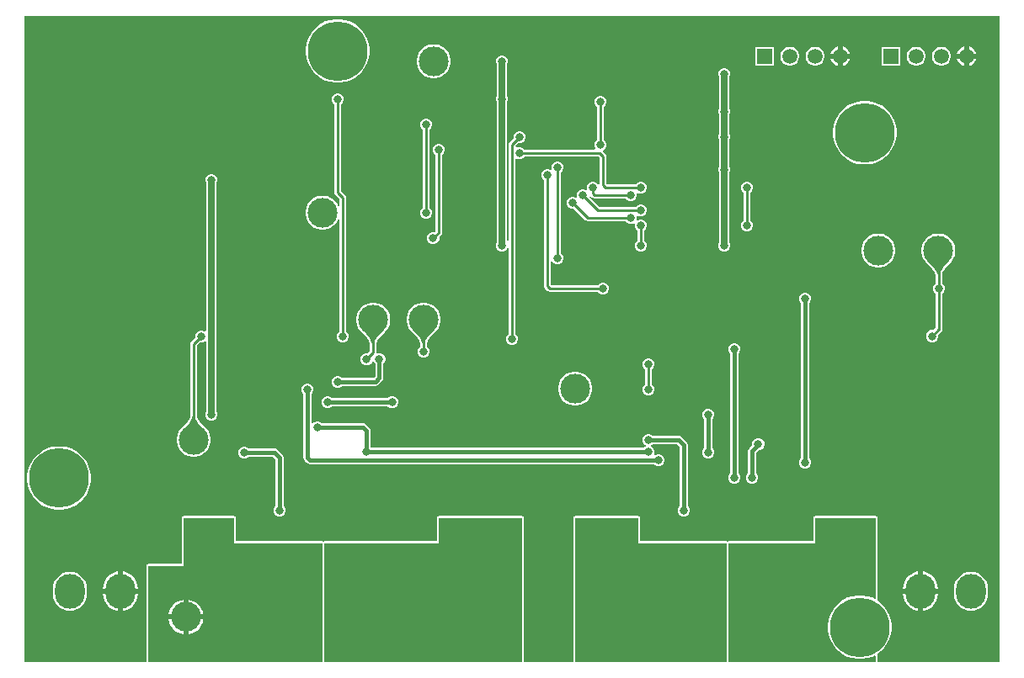
<source format=gbl>
G04*
G04 #@! TF.GenerationSoftware,Altium Limited,Altium Designer,21.6.4 (81)*
G04*
G04 Layer_Physical_Order=2*
G04 Layer_Color=16711680*
%FSLAX25Y25*%
%MOIN*%
G70*
G04*
G04 #@! TF.SameCoordinates,2BAE2438-CD35-4855-809F-F1E5AD1C84AA*
G04*
G04*
G04 #@! TF.FilePolarity,Positive*
G04*
G01*
G75*
%ADD10C,0.01000*%
%ADD63C,0.01500*%
%ADD64C,0.02500*%
%ADD65C,0.23622*%
%ADD66O,0.11811X0.13780*%
%ADD67C,0.11811*%
%ADD68C,0.05906*%
%ADD69R,0.05906X0.05906*%
%ADD70C,0.03200*%
G36*
X339000Y27159D02*
X338574Y26897D01*
X337518Y27435D01*
X335630Y28049D01*
X333670Y28359D01*
X331685D01*
X329724Y28049D01*
X327836Y27435D01*
X326067Y26534D01*
X324462Y25367D01*
X323058Y23964D01*
X321891Y22358D01*
X320990Y20589D01*
X320377Y18701D01*
X320066Y16740D01*
Y14755D01*
X320377Y12795D01*
X320990Y10907D01*
X321891Y9138D01*
X323058Y7532D01*
X324462Y6129D01*
X326067Y4962D01*
X327836Y4061D01*
X329724Y3447D01*
X331685Y3137D01*
X333670D01*
X335630Y3447D01*
X337518Y4061D01*
X338574Y4599D01*
X339000Y4338D01*
Y2000D01*
X280816D01*
Y49000D01*
X315000D01*
Y59000D01*
X339000D01*
Y27159D01*
D02*
G37*
G36*
X388000Y2000D02*
X339816D01*
Y4338D01*
X339797Y4432D01*
X339793Y4528D01*
X339766Y4586D01*
X339754Y4650D01*
X339700Y4730D01*
X339660Y4817D01*
X339732Y5190D01*
X339823Y5351D01*
X340893Y6129D01*
X342296Y7532D01*
X343463Y9138D01*
X344364Y10907D01*
X344978Y12795D01*
X345288Y14755D01*
Y16740D01*
X344978Y18701D01*
X344364Y20589D01*
X343463Y22358D01*
X342296Y23964D01*
X340893Y25367D01*
X339823Y26145D01*
X339732Y26306D01*
X339660Y26679D01*
X339700Y26766D01*
X339754Y26846D01*
X339766Y26910D01*
X339793Y26968D01*
X339797Y27064D01*
X339816Y27159D01*
Y59000D01*
X339754Y59312D01*
X339577Y59577D01*
X339312Y59754D01*
X339000Y59816D01*
X315000D01*
X314688Y59754D01*
X314423Y59577D01*
X314246Y59312D01*
X314184Y59000D01*
Y49816D01*
X280816D01*
X280504Y49754D01*
X280408Y49690D01*
X280312Y49754D01*
X280000Y49816D01*
X245816D01*
Y59000D01*
X245754Y59312D01*
X245577Y59577D01*
X245312Y59754D01*
X245000Y59816D01*
X220000D01*
X219688Y59754D01*
X219423Y59577D01*
X219246Y59312D01*
X219184Y59000D01*
Y2000D01*
X199816D01*
Y59000D01*
X199754Y59312D01*
X199577Y59577D01*
X199312Y59754D01*
X199000Y59816D01*
X166000D01*
X165688Y59754D01*
X165423Y59577D01*
X165246Y59312D01*
X165184Y59000D01*
Y49816D01*
X120818D01*
X120506Y49754D01*
X120409Y49689D01*
X120312Y49754D01*
X120000Y49816D01*
X85816D01*
Y59000D01*
X85754Y59312D01*
X85577Y59577D01*
X85312Y59754D01*
X85000Y59816D01*
X65000D01*
X64688Y59754D01*
X64423Y59577D01*
X64246Y59312D01*
X64184Y59000D01*
Y40816D01*
X51000D01*
X50688Y40754D01*
X50423Y40577D01*
X50246Y40312D01*
X50184Y40000D01*
Y2000D01*
X2000D01*
Y258000D01*
X388000D01*
Y2000D01*
D02*
G37*
G36*
X245000Y49000D02*
X280000D01*
Y2000D01*
X220000D01*
Y59000D01*
X245000D01*
Y49000D01*
D02*
G37*
G36*
X199000Y2000D02*
X120818D01*
Y49000D01*
X166000D01*
Y59000D01*
X199000D01*
Y2000D01*
D02*
G37*
G36*
X85000Y49000D02*
X120000D01*
Y2000D01*
X51000D01*
Y40000D01*
X65000D01*
Y59000D01*
X85000D01*
Y49000D01*
D02*
G37*
%LPC*%
G36*
X376000Y245824D02*
Y243000D01*
X378824D01*
X378683Y243526D01*
X378163Y244427D01*
X377427Y245163D01*
X376526Y245683D01*
X376000Y245824D01*
D02*
G37*
G36*
X374000D02*
X373474Y245683D01*
X372573Y245163D01*
X371837Y244427D01*
X371317Y243526D01*
X371176Y243000D01*
X374000D01*
Y245824D01*
D02*
G37*
G36*
X326000D02*
Y243000D01*
X328824D01*
X328683Y243526D01*
X328163Y244427D01*
X327427Y245163D01*
X326526Y245683D01*
X326000Y245824D01*
D02*
G37*
G36*
X324000D02*
X323474Y245683D01*
X322573Y245163D01*
X321837Y244427D01*
X321317Y243526D01*
X321176Y243000D01*
X324000D01*
Y245824D01*
D02*
G37*
G36*
X365494Y245753D02*
X364506D01*
X363551Y245497D01*
X362696Y245003D01*
X361997Y244304D01*
X361503Y243448D01*
X361247Y242494D01*
Y241506D01*
X361503Y240551D01*
X361997Y239696D01*
X362696Y238997D01*
X363551Y238503D01*
X364506Y238247D01*
X365494D01*
X366448Y238503D01*
X367304Y238997D01*
X368003Y239696D01*
X368497Y240551D01*
X368753Y241506D01*
Y242494D01*
X368497Y243448D01*
X368003Y244304D01*
X367304Y245003D01*
X366448Y245497D01*
X365494Y245753D01*
D02*
G37*
G36*
X355494D02*
X354506D01*
X353552Y245497D01*
X352696Y245003D01*
X351997Y244304D01*
X351503Y243448D01*
X351247Y242494D01*
Y241506D01*
X351503Y240551D01*
X351997Y239696D01*
X352696Y238997D01*
X353552Y238503D01*
X354506Y238247D01*
X355494D01*
X356449Y238503D01*
X357304Y238997D01*
X358003Y239696D01*
X358497Y240551D01*
X358753Y241506D01*
Y242494D01*
X358497Y243448D01*
X358003Y244304D01*
X357304Y245003D01*
X356449Y245497D01*
X355494Y245753D01*
D02*
G37*
G36*
X348753D02*
X341247D01*
Y238247D01*
X348753D01*
Y245753D01*
D02*
G37*
G36*
X315494D02*
X314506D01*
X313551Y245497D01*
X312696Y245003D01*
X311997Y244304D01*
X311503Y243448D01*
X311247Y242494D01*
Y241506D01*
X311503Y240551D01*
X311997Y239696D01*
X312696Y238997D01*
X313551Y238503D01*
X314506Y238247D01*
X315494D01*
X316448Y238503D01*
X317304Y238997D01*
X318003Y239696D01*
X318497Y240551D01*
X318753Y241506D01*
Y242494D01*
X318497Y243448D01*
X318003Y244304D01*
X317304Y245003D01*
X316448Y245497D01*
X315494Y245753D01*
D02*
G37*
G36*
X305494D02*
X304506D01*
X303552Y245497D01*
X302696Y245003D01*
X301997Y244304D01*
X301503Y243448D01*
X301247Y242494D01*
Y241506D01*
X301503Y240551D01*
X301997Y239696D01*
X302696Y238997D01*
X303552Y238503D01*
X304506Y238247D01*
X305494D01*
X306449Y238503D01*
X307304Y238997D01*
X308003Y239696D01*
X308497Y240551D01*
X308753Y241506D01*
Y242494D01*
X308497Y243448D01*
X308003Y244304D01*
X307304Y245003D01*
X306449Y245497D01*
X305494Y245753D01*
D02*
G37*
G36*
X298753D02*
X291247D01*
Y238247D01*
X298753D01*
Y245753D01*
D02*
G37*
G36*
X378824Y241000D02*
X376000D01*
Y238176D01*
X376526Y238317D01*
X377427Y238837D01*
X378163Y239573D01*
X378683Y240474D01*
X378824Y241000D01*
D02*
G37*
G36*
X374000D02*
X371176D01*
X371317Y240474D01*
X371837Y239573D01*
X372573Y238837D01*
X373474Y238317D01*
X374000Y238176D01*
Y241000D01*
D02*
G37*
G36*
X328824D02*
X326000D01*
Y238176D01*
X326526Y238317D01*
X327427Y238837D01*
X328163Y239573D01*
X328683Y240474D01*
X328824Y241000D01*
D02*
G37*
G36*
X324000D02*
X321176D01*
X321317Y240474D01*
X321837Y239573D01*
X322573Y238837D01*
X323474Y238317D01*
X324000Y238176D01*
Y241000D01*
D02*
G37*
G36*
X164660Y246706D02*
X163340D01*
X162044Y246448D01*
X160824Y245942D01*
X159725Y245209D01*
X158791Y244274D01*
X158058Y243176D01*
X157552Y241956D01*
X157294Y240660D01*
Y239340D01*
X157552Y238044D01*
X158058Y236824D01*
X158791Y235725D01*
X159725Y234791D01*
X160824Y234058D01*
X162044Y233552D01*
X163340Y233295D01*
X164660D01*
X165956Y233552D01*
X167176Y234058D01*
X168274Y234791D01*
X169209Y235725D01*
X169942Y236824D01*
X170448Y238044D01*
X170705Y239340D01*
Y240660D01*
X170448Y241956D01*
X169942Y243176D01*
X169209Y244274D01*
X168274Y245209D01*
X167176Y245942D01*
X165956Y246448D01*
X164660Y246706D01*
D02*
G37*
G36*
X126977Y256705D02*
X124992D01*
X123031Y256395D01*
X121143Y255782D01*
X119375Y254880D01*
X117769Y253714D01*
X116365Y252310D01*
X115198Y250704D01*
X114297Y248935D01*
X113684Y247048D01*
X113373Y245087D01*
Y243102D01*
X113684Y241141D01*
X114297Y239253D01*
X115198Y237485D01*
X116365Y235879D01*
X117769Y234475D01*
X119375Y233309D01*
X121143Y232407D01*
X123031Y231794D01*
X124992Y231484D01*
X126977D01*
X128937Y231794D01*
X130825Y232407D01*
X132594Y233309D01*
X134200Y234475D01*
X135603Y235879D01*
X136770Y237485D01*
X137671Y239253D01*
X138285Y241141D01*
X138595Y243102D01*
Y245087D01*
X138285Y247048D01*
X137671Y248935D01*
X136770Y250704D01*
X135603Y252310D01*
X134200Y253714D01*
X132594Y254880D01*
X130825Y255782D01*
X128937Y256395D01*
X126977Y256705D01*
D02*
G37*
G36*
X335638Y224335D02*
X333653D01*
X331693Y224025D01*
X329805Y223411D01*
X328036Y222510D01*
X326430Y221344D01*
X325026Y219940D01*
X323860Y218334D01*
X322959Y216565D01*
X322345Y214678D01*
X322035Y212717D01*
Y210732D01*
X322345Y208771D01*
X322959Y206884D01*
X323860Y205115D01*
X325026Y203509D01*
X326430Y202105D01*
X328036Y200939D01*
X329805Y200037D01*
X331693Y199424D01*
X333653Y199113D01*
X335638D01*
X337599Y199424D01*
X339487Y200037D01*
X341255Y200939D01*
X342861Y202105D01*
X344265Y203509D01*
X345432Y205115D01*
X346333Y206884D01*
X346946Y208771D01*
X347257Y210732D01*
Y212717D01*
X346946Y214678D01*
X346333Y216565D01*
X345432Y218334D01*
X344265Y219940D01*
X342861Y221344D01*
X341255Y222510D01*
X339487Y223411D01*
X337599Y224025D01*
X335638Y224335D01*
D02*
G37*
G36*
X213477Y200400D02*
X212523D01*
X211641Y200035D01*
X210965Y199360D01*
X210600Y198477D01*
Y197523D01*
X210644Y197417D01*
X210594Y197350D01*
X210241Y197084D01*
X209477Y197400D01*
X208523D01*
X207641Y197035D01*
X206965Y196360D01*
X206600Y195477D01*
Y194523D01*
X206965Y193640D01*
X207641Y192965D01*
X207675Y192951D01*
Y151000D01*
X207775Y150493D01*
X208063Y150063D01*
X209063Y149063D01*
X209493Y148775D01*
X210000Y148674D01*
X228951D01*
X228965Y148641D01*
X229641Y147965D01*
X230523Y147600D01*
X231477D01*
X232360Y147965D01*
X233035Y148641D01*
X233400Y149523D01*
Y150477D01*
X233035Y151359D01*
X232360Y152035D01*
X231477Y152400D01*
X230523D01*
X229641Y152035D01*
X228965Y151359D01*
X228951Y151326D01*
X210549D01*
X210326Y151549D01*
Y160879D01*
X210825Y160978D01*
X210965Y160641D01*
X211641Y159965D01*
X212523Y159600D01*
X213477D01*
X214359Y159965D01*
X215035Y160641D01*
X215400Y161523D01*
Y162477D01*
X215035Y163359D01*
X214359Y164035D01*
X214325Y164049D01*
Y195951D01*
X214359Y195965D01*
X215035Y196641D01*
X215400Y197523D01*
Y198477D01*
X215035Y199360D01*
X214359Y200035D01*
X213477Y200400D01*
D02*
G37*
G36*
X191477Y242400D02*
X190523D01*
X189640Y242035D01*
X188965Y241359D01*
X188600Y240477D01*
Y239523D01*
X188910Y238775D01*
Y226225D01*
X188600Y225477D01*
Y224523D01*
X188910Y223775D01*
Y168225D01*
X188600Y167477D01*
Y166523D01*
X188965Y165640D01*
X189640Y164965D01*
X190523Y164600D01*
X191477D01*
X192359Y164965D01*
X193035Y165640D01*
X193175Y165978D01*
X193675Y165879D01*
Y132049D01*
X193640Y132035D01*
X192965Y131360D01*
X192600Y130477D01*
Y129523D01*
X192965Y128640D01*
X193640Y127965D01*
X194523Y127600D01*
X195477D01*
X196360Y127965D01*
X197035Y128640D01*
X197400Y129523D01*
Y130477D01*
X197035Y131360D01*
X196360Y132035D01*
X196326Y132049D01*
Y167914D01*
X196276Y168163D01*
Y201187D01*
X196776Y201507D01*
X197373Y201259D01*
X198328D01*
X199210Y201625D01*
X199885Y202300D01*
X199899Y202334D01*
X229206D01*
X229675Y201865D01*
Y191121D01*
X229174Y191022D01*
X229035Y191359D01*
X228360Y192035D01*
X227477Y192400D01*
X226523D01*
X225641Y192035D01*
X224965Y191359D01*
X224600Y190477D01*
Y189523D01*
X224644Y189417D01*
X224594Y189349D01*
X224240Y189084D01*
X223477Y189400D01*
X222523D01*
X221640Y189035D01*
X220965Y188359D01*
X220600Y187477D01*
Y186523D01*
X220644Y186417D01*
X220594Y186349D01*
X220240Y186084D01*
X219477Y186400D01*
X218523D01*
X217640Y186035D01*
X216965Y185360D01*
X216600Y184477D01*
Y183523D01*
X216965Y182641D01*
X217640Y181965D01*
X218523Y181600D01*
X219477D01*
X219511Y181614D01*
X224063Y177063D01*
X224493Y176775D01*
X225000Y176674D01*
X239951D01*
X239965Y176640D01*
X240640Y175965D01*
X241523Y175600D01*
X242477D01*
X243240Y175916D01*
X243594Y175651D01*
X243644Y175583D01*
X243600Y175477D01*
Y174523D01*
X243965Y173641D01*
X244640Y172965D01*
X244674Y172951D01*
Y169049D01*
X244640Y169035D01*
X243965Y168359D01*
X243600Y167477D01*
Y166523D01*
X243965Y165640D01*
X244640Y164965D01*
X245523Y164600D01*
X246477D01*
X247359Y164965D01*
X248035Y165640D01*
X248400Y166523D01*
Y167477D01*
X248035Y168359D01*
X247359Y169035D01*
X247325Y169049D01*
Y172951D01*
X247359Y172965D01*
X248035Y173641D01*
X248400Y174523D01*
Y175477D01*
X248035Y176359D01*
X247359Y177035D01*
X246477Y177400D01*
X245523D01*
X244759Y177084D01*
X244406Y177349D01*
X244356Y177417D01*
X244400Y177523D01*
Y178477D01*
X244356Y178583D01*
X244406Y178650D01*
X244759Y178916D01*
X245523Y178600D01*
X246477D01*
X247359Y178965D01*
X248035Y179640D01*
X248400Y180523D01*
Y181477D01*
X248035Y182360D01*
X247359Y183035D01*
X246477Y183400D01*
X245523D01*
X244640Y183035D01*
X243965Y182360D01*
X243951Y182325D01*
X229549D01*
X225597Y186278D01*
X225627Y186400D01*
X225758Y186475D01*
X226176Y186535D01*
X226648Y186063D01*
X227079Y185775D01*
X227586Y185675D01*
X239951D01*
X239965Y185641D01*
X240640Y184965D01*
X241523Y184600D01*
X242477D01*
X243359Y184965D01*
X244035Y185641D01*
X244400Y186523D01*
Y187477D01*
X244356Y187583D01*
X244406Y187651D01*
X244759Y187916D01*
X245523Y187600D01*
X246477D01*
X247359Y187965D01*
X248035Y188640D01*
X248400Y189523D01*
Y190477D01*
X248035Y191359D01*
X247359Y192035D01*
X246477Y192400D01*
X245523D01*
X244640Y192035D01*
X243965Y191359D01*
X243951Y191325D01*
X232549D01*
X232326Y191549D01*
Y202414D01*
X232225Y202921D01*
X231937Y203351D01*
X231072Y204217D01*
X231169Y204707D01*
X231331Y204774D01*
X232006Y205449D01*
X232371Y206331D01*
Y207286D01*
X232006Y208168D01*
X231331Y208843D01*
X231311Y208852D01*
Y221945D01*
X231360Y221965D01*
X232035Y222640D01*
X232400Y223523D01*
Y224477D01*
X232035Y225360D01*
X231360Y226035D01*
X230477Y226400D01*
X229523D01*
X228641Y226035D01*
X227965Y225360D01*
X227600Y224477D01*
Y223523D01*
X227965Y222640D01*
X228641Y221965D01*
X228660Y221957D01*
Y208863D01*
X228612Y208843D01*
X227937Y208168D01*
X227571Y207286D01*
Y206331D01*
X227937Y205449D01*
X227939Y205447D01*
X227748Y204985D01*
X199899D01*
X199885Y205019D01*
X199210Y205694D01*
X198328Y206060D01*
X197373D01*
X196945Y205882D01*
X196480Y206169D01*
X196446Y206571D01*
X197489Y207614D01*
X197523Y207600D01*
X198477D01*
X199360Y207965D01*
X200035Y208641D01*
X200400Y209523D01*
Y210477D01*
X200035Y211360D01*
X199360Y212035D01*
X198477Y212400D01*
X197523D01*
X196641Y212035D01*
X195965Y211360D01*
X195600Y210477D01*
Y209523D01*
X195614Y209489D01*
X194013Y207888D01*
X193726Y207458D01*
X193625Y206950D01*
Y168852D01*
X193125Y168616D01*
X193090Y168644D01*
Y223775D01*
X193400Y224523D01*
Y225477D01*
X193090Y226225D01*
Y238775D01*
X193400Y239523D01*
Y240477D01*
X193035Y241359D01*
X192359Y242035D01*
X191477Y242400D01*
D02*
G37*
G36*
X126477Y227400D02*
X125523D01*
X124641Y227035D01*
X123965Y226360D01*
X123600Y225477D01*
Y224523D01*
X123965Y223640D01*
X124641Y222965D01*
X124674Y222951D01*
Y188000D01*
X124775Y187493D01*
X125063Y187063D01*
X126674Y185451D01*
Y182715D01*
X126174Y182616D01*
X125942Y183176D01*
X125208Y184274D01*
X124275Y185208D01*
X123176Y185942D01*
X121956Y186448D01*
X120660Y186706D01*
X119340D01*
X118044Y186448D01*
X116824Y185942D01*
X115726Y185208D01*
X114792Y184274D01*
X114058Y183176D01*
X113552Y181956D01*
X113294Y180660D01*
Y179340D01*
X113552Y178044D01*
X114058Y176824D01*
X114792Y175725D01*
X115726Y174792D01*
X116824Y174058D01*
X118044Y173552D01*
X119340Y173294D01*
X120660D01*
X121956Y173552D01*
X123176Y174058D01*
X124275Y174792D01*
X125208Y175725D01*
X125942Y176824D01*
X126174Y177384D01*
X126674Y177285D01*
Y133049D01*
X126640Y133035D01*
X125965Y132360D01*
X125600Y131477D01*
Y130523D01*
X125965Y129640D01*
X126640Y128965D01*
X127523Y128600D01*
X128477D01*
X129359Y128965D01*
X130035Y129640D01*
X130400Y130523D01*
Y131477D01*
X130035Y132360D01*
X129359Y133035D01*
X129325Y133049D01*
Y186000D01*
X129225Y186507D01*
X128937Y186937D01*
X127325Y188549D01*
Y222951D01*
X127359Y222965D01*
X128035Y223640D01*
X128400Y224523D01*
Y225477D01*
X128035Y226360D01*
X127359Y227035D01*
X126477Y227400D01*
D02*
G37*
G36*
X161477Y217400D02*
X160523D01*
X159641Y217035D01*
X158965Y216359D01*
X158600Y215477D01*
Y214523D01*
X158965Y213640D01*
X159641Y212965D01*
X159675Y212951D01*
Y182049D01*
X159641Y182035D01*
X158965Y181360D01*
X158600Y180477D01*
Y179523D01*
X158965Y178640D01*
X159641Y177965D01*
X160523Y177600D01*
X161477D01*
X162359Y177965D01*
X163035Y178640D01*
X163400Y179523D01*
Y180477D01*
X163035Y181360D01*
X162359Y182035D01*
X162326Y182049D01*
Y212951D01*
X162359Y212965D01*
X163035Y213640D01*
X163400Y214523D01*
Y215477D01*
X163035Y216359D01*
X162359Y217035D01*
X161477Y217400D01*
D02*
G37*
G36*
X288477Y192400D02*
X287523D01*
X286641Y192035D01*
X285965Y191359D01*
X285600Y190477D01*
Y189523D01*
X285965Y188640D01*
X286641Y187965D01*
X286674Y187951D01*
Y177049D01*
X286641Y177035D01*
X285965Y176359D01*
X285600Y175477D01*
Y174523D01*
X285965Y173641D01*
X286641Y172965D01*
X287523Y172600D01*
X288477D01*
X289359Y172965D01*
X290035Y173641D01*
X290400Y174523D01*
Y175477D01*
X290035Y176359D01*
X289359Y177035D01*
X289325Y177049D01*
Y187951D01*
X289359Y187965D01*
X290035Y188640D01*
X290400Y189523D01*
Y190477D01*
X290035Y191359D01*
X289359Y192035D01*
X288477Y192400D01*
D02*
G37*
G36*
X166477Y207400D02*
X165523D01*
X164640Y207035D01*
X163965Y206360D01*
X163600Y205477D01*
Y204523D01*
X163965Y203641D01*
X164640Y202965D01*
X164674Y202951D01*
Y172629D01*
X164311Y172266D01*
X164277Y172280D01*
X163322D01*
X162440Y171914D01*
X161765Y171239D01*
X161399Y170357D01*
Y169402D01*
X161765Y168520D01*
X162440Y167845D01*
X163322Y167480D01*
X164277D01*
X165159Y167845D01*
X165834Y168520D01*
X166199Y169402D01*
Y170357D01*
X166185Y170391D01*
X166937Y171143D01*
X167225Y171573D01*
X167325Y172080D01*
Y202951D01*
X167359Y202965D01*
X168035Y203641D01*
X168400Y204523D01*
Y205477D01*
X168035Y206360D01*
X167359Y207035D01*
X166477Y207400D01*
D02*
G37*
G36*
X279477Y237400D02*
X278523D01*
X277641Y237035D01*
X276965Y236360D01*
X276600Y235477D01*
Y234523D01*
X276910Y233775D01*
Y221225D01*
X276600Y220477D01*
Y219523D01*
X276910Y218775D01*
Y211225D01*
X276600Y210477D01*
Y209523D01*
X276910Y208775D01*
Y198225D01*
X276600Y197477D01*
Y196523D01*
X276910Y195775D01*
Y168225D01*
X276600Y167477D01*
Y166523D01*
X276965Y165640D01*
X277641Y164965D01*
X278523Y164600D01*
X279477D01*
X280360Y164965D01*
X281035Y165640D01*
X281400Y166523D01*
Y167477D01*
X281090Y168225D01*
Y195775D01*
X281400Y196523D01*
Y197477D01*
X281090Y198225D01*
Y208775D01*
X281400Y209523D01*
Y210477D01*
X281090Y211225D01*
Y218775D01*
X281400Y219523D01*
Y220477D01*
X281090Y221225D01*
Y233775D01*
X281400Y234523D01*
Y235477D01*
X281035Y236360D01*
X280360Y237035D01*
X279477Y237400D01*
D02*
G37*
G36*
X340660Y171705D02*
X339340D01*
X338044Y171448D01*
X336824Y170942D01*
X335725Y170209D01*
X334791Y169274D01*
X334058Y168176D01*
X333552Y166956D01*
X333295Y165660D01*
Y164340D01*
X333552Y163044D01*
X334058Y161824D01*
X334791Y160725D01*
X335725Y159792D01*
X336824Y159058D01*
X338044Y158552D01*
X339340Y158294D01*
X340660D01*
X341956Y158552D01*
X343176Y159058D01*
X344274Y159792D01*
X345209Y160725D01*
X345942Y161824D01*
X346448Y163044D01*
X346706Y164340D01*
Y165660D01*
X346448Y166956D01*
X345942Y168176D01*
X345209Y169274D01*
X344274Y170209D01*
X343176Y170942D01*
X341956Y171448D01*
X340660Y171705D01*
D02*
G37*
G36*
X364423D02*
X363102D01*
X361806Y171448D01*
X360586Y170942D01*
X359488Y170209D01*
X358554Y169274D01*
X357820Y168176D01*
X357314Y166956D01*
X357057Y165660D01*
Y164340D01*
X357314Y163044D01*
X357820Y161824D01*
X358554Y160725D01*
X359106Y160173D01*
X359148Y160114D01*
X359836Y159449D01*
X360436Y158835D01*
X361429Y157705D01*
X361799Y157217D01*
X362098Y156769D01*
X362318Y156372D01*
X362464Y156035D01*
X362540Y155764D01*
X362556Y155616D01*
Y151950D01*
X361965Y151359D01*
X361600Y150477D01*
Y149523D01*
X361965Y148641D01*
X362641Y147965D01*
X362674Y147951D01*
Y134380D01*
X361765Y133471D01*
X361731Y133485D01*
X360776D01*
X359894Y133119D01*
X359219Y132444D01*
X358854Y131562D01*
Y130607D01*
X359219Y129725D01*
X359894Y129050D01*
X360776Y128685D01*
X361731D01*
X362613Y129050D01*
X363288Y129725D01*
X363654Y130607D01*
Y131562D01*
X363640Y131596D01*
X364937Y132894D01*
X365225Y133324D01*
X365325Y133831D01*
Y147951D01*
X365359Y147965D01*
X366035Y148641D01*
X366400Y149523D01*
Y150477D01*
X366035Y151359D01*
X365359Y152035D01*
X365207Y152098D01*
Y155634D01*
X365221Y155772D01*
X365296Y156040D01*
X365441Y156382D01*
X365661Y156788D01*
X365956Y157251D01*
X366319Y157754D01*
X367901Y159605D01*
X368569Y160302D01*
X368607Y160362D01*
X368971Y160725D01*
X369705Y161824D01*
X370210Y163044D01*
X370468Y164340D01*
Y165660D01*
X370210Y166956D01*
X369705Y168176D01*
X368971Y169274D01*
X368037Y170209D01*
X366938Y170942D01*
X365718Y171448D01*
X364423Y171705D01*
D02*
G37*
G36*
X76477Y195400D02*
X75523D01*
X74641Y195035D01*
X73965Y194360D01*
X73600Y193477D01*
Y192523D01*
X73910Y191775D01*
Y133138D01*
X73448Y132946D01*
X73360Y133035D01*
X72477Y133400D01*
X71523D01*
X70640Y133035D01*
X69965Y132360D01*
X69600Y131477D01*
Y130523D01*
X69614Y130489D01*
X68061Y128936D01*
X67774Y128506D01*
X67673Y127998D01*
Y99376D01*
X67658Y99233D01*
X67582Y98964D01*
X67437Y98624D01*
X67217Y98222D01*
X66920Y97766D01*
X66556Y97274D01*
X64960Y95469D01*
X64287Y94793D01*
X64243Y94728D01*
X63790Y94274D01*
X63056Y93176D01*
X62550Y91956D01*
X62293Y90660D01*
Y89340D01*
X62550Y88044D01*
X63056Y86824D01*
X63790Y85725D01*
X64724Y84791D01*
X65822Y84058D01*
X67042Y83552D01*
X68338Y83294D01*
X69659D01*
X70954Y83552D01*
X72175Y84058D01*
X73273Y84791D01*
X74207Y85725D01*
X74941Y86824D01*
X75446Y88044D01*
X75704Y89340D01*
Y90660D01*
X75446Y91956D01*
X74941Y93176D01*
X74207Y94274D01*
X73757Y94724D01*
X73718Y94785D01*
X72428Y96114D01*
X71446Y97268D01*
X71077Y97766D01*
X70780Y98222D01*
X70560Y98624D01*
X70415Y98964D01*
X70339Y99233D01*
X70324Y99376D01*
Y127449D01*
X71489Y128614D01*
X71523Y128600D01*
X72477D01*
X73360Y128965D01*
X73448Y129054D01*
X73910Y128862D01*
Y101225D01*
X73600Y100477D01*
Y99523D01*
X73965Y98641D01*
X74641Y97965D01*
X75523Y97600D01*
X76477D01*
X77359Y97965D01*
X78035Y98641D01*
X78400Y99523D01*
Y100477D01*
X78090Y101225D01*
Y191775D01*
X78400Y192523D01*
Y193477D01*
X78035Y194360D01*
X77359Y195035D01*
X76477Y195400D01*
D02*
G37*
G36*
X160660Y144311D02*
X159340D01*
X158044Y144053D01*
X156824Y143548D01*
X155726Y142814D01*
X154791Y141880D01*
X154058Y140782D01*
X153552Y139561D01*
X153295Y138266D01*
Y136945D01*
X153552Y135650D01*
X154058Y134429D01*
X154791Y133331D01*
X155241Y132881D01*
X155281Y132820D01*
X156570Y131491D01*
X157553Y130337D01*
X157921Y129839D01*
X158218Y129383D01*
X158439Y128982D01*
X158584Y128642D01*
X158660Y128373D01*
X158675Y128230D01*
Y127049D01*
X158641Y127035D01*
X157965Y126359D01*
X157600Y125477D01*
Y124523D01*
X157965Y123641D01*
X158641Y122965D01*
X159523Y122600D01*
X160477D01*
X161360Y122965D01*
X162035Y123641D01*
X162400Y124523D01*
Y125477D01*
X162035Y126359D01*
X161360Y127035D01*
X161326Y127049D01*
Y128230D01*
X161340Y128373D01*
X161416Y128642D01*
X161561Y128982D01*
X161782Y129383D01*
X162079Y129839D01*
X162443Y130331D01*
X164038Y132136D01*
X164712Y132812D01*
X164755Y132878D01*
X165208Y133331D01*
X165942Y134429D01*
X166448Y135650D01*
X166706Y136945D01*
Y138266D01*
X166448Y139561D01*
X165942Y140782D01*
X165208Y141880D01*
X164275Y142814D01*
X163176Y143548D01*
X161956Y144053D01*
X160660Y144311D01*
D02*
G37*
G36*
X140767Y144311D02*
X139446D01*
X138150Y144053D01*
X136930Y143548D01*
X135832Y142814D01*
X134898Y141880D01*
X134164Y140782D01*
X133659Y139561D01*
X133401Y138266D01*
Y136945D01*
X133659Y135650D01*
X134164Y134429D01*
X134898Y133331D01*
X135267Y132962D01*
X135302Y132905D01*
X136582Y131541D01*
X137558Y130362D01*
X137925Y129855D01*
X138220Y129393D01*
X138440Y128987D01*
X138585Y128645D01*
X138660Y128377D01*
X138674Y128239D01*
Y125155D01*
X137854Y124335D01*
X137023D01*
X136141Y123969D01*
X135465Y123294D01*
X135100Y122412D01*
Y121457D01*
X135465Y120575D01*
X136141Y119900D01*
X137023Y119535D01*
X137977D01*
X138859Y119900D01*
X139535Y120575D01*
X139729Y121045D01*
X140271D01*
X140465Y120575D01*
X140906Y120135D01*
Y115141D01*
X140345Y114580D01*
X127814D01*
X127359Y115035D01*
X126477Y115400D01*
X125523D01*
X124641Y115035D01*
X123965Y114359D01*
X123600Y113477D01*
Y112523D01*
X123965Y111641D01*
X124641Y110965D01*
X125523Y110600D01*
X126477D01*
X127359Y110965D01*
X127814Y111420D01*
X141000D01*
X141605Y111540D01*
X142118Y111882D01*
X143604Y113369D01*
X143946Y113882D01*
X144067Y114486D01*
Y120107D01*
X144535Y120575D01*
X144900Y121457D01*
Y122412D01*
X144535Y123294D01*
X143860Y123969D01*
X142977Y124335D01*
X142023D01*
X141760Y124226D01*
X141321Y124585D01*
X141325Y124606D01*
Y128222D01*
X141341Y128370D01*
X141417Y128640D01*
X141563Y128978D01*
X141783Y129375D01*
X142081Y129824D01*
X142447Y130307D01*
X144054Y132072D01*
X144730Y132727D01*
X144730Y132727D01*
X144730Y132727D01*
X144731Y132729D01*
X144773Y132789D01*
X145315Y133331D01*
X146049Y134429D01*
X146554Y135650D01*
X146812Y136945D01*
Y138266D01*
X146554Y139561D01*
X146049Y140782D01*
X145315Y141880D01*
X144381Y142814D01*
X143282Y143548D01*
X142062Y144053D01*
X140767Y144311D01*
D02*
G37*
G36*
X249477Y122400D02*
X248523D01*
X247640Y122035D01*
X246965Y121360D01*
X246600Y120477D01*
Y119523D01*
X246965Y118640D01*
X247640Y117965D01*
X247674Y117951D01*
Y112049D01*
X247640Y112035D01*
X246965Y111360D01*
X246600Y110477D01*
Y109523D01*
X246965Y108641D01*
X247640Y107965D01*
X248523Y107600D01*
X249477D01*
X250360Y107965D01*
X251035Y108641D01*
X251400Y109523D01*
Y110477D01*
X251035Y111360D01*
X250360Y112035D01*
X250325Y112049D01*
Y117951D01*
X250360Y117965D01*
X251035Y118640D01*
X251400Y119523D01*
Y120477D01*
X251035Y121360D01*
X250360Y122035D01*
X249477Y122400D01*
D02*
G37*
G36*
X220660Y117002D02*
X219340D01*
X218044Y116745D01*
X216824Y116239D01*
X215725Y115505D01*
X214791Y114571D01*
X214058Y113473D01*
X213552Y112253D01*
X213295Y110957D01*
Y109636D01*
X213552Y108341D01*
X214058Y107121D01*
X214791Y106022D01*
X215725Y105088D01*
X216824Y104354D01*
X218044Y103849D01*
X219340Y103591D01*
X220660D01*
X221956Y103849D01*
X223176Y104354D01*
X224274Y105088D01*
X225208Y106022D01*
X225942Y107121D01*
X226448Y108341D01*
X226706Y109636D01*
Y110957D01*
X226448Y112253D01*
X225942Y113473D01*
X225208Y114571D01*
X224274Y115505D01*
X223176Y116239D01*
X221956Y116745D01*
X220660Y117002D01*
D02*
G37*
G36*
X122477Y107400D02*
X121523D01*
X120641Y107035D01*
X119965Y106360D01*
X119600Y105477D01*
Y104523D01*
X119965Y103640D01*
X120641Y102965D01*
X121523Y102600D01*
X122477D01*
X123360Y102965D01*
X123792Y103398D01*
X145689D01*
X146165Y102923D01*
X147047Y102557D01*
X148002D01*
X148884Y102923D01*
X149559Y103598D01*
X149924Y104480D01*
Y105435D01*
X149559Y106317D01*
X148884Y106992D01*
X148002Y107357D01*
X147047D01*
X146165Y106992D01*
X145732Y106559D01*
X123835D01*
X123360Y107035D01*
X122477Y107400D01*
D02*
G37*
G36*
X273083Y102393D02*
X272129D01*
X271246Y102028D01*
X270571Y101353D01*
X270206Y100470D01*
Y99516D01*
X270571Y98633D01*
X271040Y98165D01*
Y86843D01*
X270601Y86403D01*
X270235Y85521D01*
Y84566D01*
X270601Y83684D01*
X271276Y83009D01*
X272158Y82644D01*
X273113D01*
X273995Y83009D01*
X274670Y83684D01*
X275035Y84566D01*
Y85521D01*
X274670Y86403D01*
X274201Y86872D01*
Y98194D01*
X274640Y98633D01*
X275006Y99516D01*
Y100470D01*
X274640Y101353D01*
X273965Y102028D01*
X273083Y102393D01*
D02*
G37*
G36*
X311477Y148400D02*
X310523D01*
X309641Y148035D01*
X308965Y147360D01*
X308600Y146477D01*
Y145523D01*
X308965Y144641D01*
X309420Y144186D01*
Y82814D01*
X308965Y82359D01*
X308600Y81477D01*
Y80523D01*
X308965Y79641D01*
X309641Y78965D01*
X310523Y78600D01*
X311477D01*
X312359Y78965D01*
X313035Y79641D01*
X313400Y80523D01*
Y81477D01*
X313035Y82359D01*
X312580Y82814D01*
Y144186D01*
X313035Y144641D01*
X313400Y145523D01*
Y146477D01*
X313035Y147360D01*
X312359Y148035D01*
X311477Y148400D01*
D02*
G37*
G36*
X292977Y90694D02*
X292023D01*
X291141Y90329D01*
X290465Y89654D01*
X290100Y88771D01*
Y87884D01*
X288882Y86667D01*
X288540Y86154D01*
X288420Y85549D01*
Y76814D01*
X287965Y76359D01*
X287600Y75477D01*
Y74523D01*
X287965Y73641D01*
X288640Y72965D01*
X289523Y72600D01*
X290477D01*
X291359Y72965D01*
X292035Y73641D01*
X292400Y74523D01*
Y75477D01*
X292035Y76359D01*
X291580Y76814D01*
Y84894D01*
X292580Y85894D01*
X292977D01*
X293860Y86260D01*
X294535Y86935D01*
X294900Y87817D01*
Y88771D01*
X294535Y89654D01*
X293860Y90329D01*
X292977Y90694D01*
D02*
G37*
G36*
X283477Y128400D02*
X282523D01*
X281641Y128035D01*
X280965Y127359D01*
X280600Y126477D01*
Y125523D01*
X280965Y124641D01*
X281420Y124186D01*
Y76814D01*
X280965Y76359D01*
X280600Y75477D01*
Y74523D01*
X280965Y73641D01*
X281641Y72965D01*
X282523Y72600D01*
X283477D01*
X284360Y72965D01*
X285035Y73641D01*
X285400Y74523D01*
Y75477D01*
X285035Y76359D01*
X284580Y76814D01*
Y124186D01*
X285035Y124641D01*
X285400Y125523D01*
Y126477D01*
X285035Y127359D01*
X284360Y128035D01*
X283477Y128400D01*
D02*
G37*
G36*
X16740Y87414D02*
X14755D01*
X12795Y87104D01*
X10907Y86490D01*
X9138Y85589D01*
X7532Y84422D01*
X6129Y83019D01*
X4962Y81413D01*
X4061Y79644D01*
X3447Y77756D01*
X3137Y75796D01*
Y73811D01*
X3447Y71850D01*
X4061Y69962D01*
X4962Y68194D01*
X6129Y66588D01*
X7532Y65184D01*
X9138Y64017D01*
X10907Y63116D01*
X12795Y62503D01*
X14755Y62192D01*
X16740D01*
X18701Y62503D01*
X20589Y63116D01*
X22358Y64017D01*
X23964Y65184D01*
X25367Y66588D01*
X26534Y68194D01*
X27435Y69962D01*
X28049Y71850D01*
X28359Y73811D01*
Y75796D01*
X28049Y77756D01*
X27435Y79644D01*
X26534Y81413D01*
X25367Y83019D01*
X23964Y84422D01*
X22358Y85589D01*
X20589Y86490D01*
X18701Y87104D01*
X16740Y87414D01*
D02*
G37*
G36*
X114477Y112400D02*
X113523D01*
X112641Y112035D01*
X111965Y111360D01*
X111600Y110477D01*
Y109523D01*
X111965Y108641D01*
X112420Y108186D01*
Y82879D01*
X112540Y82274D01*
X112882Y81761D01*
X113836Y80808D01*
X114349Y80465D01*
X114954Y80345D01*
X251208D01*
X251641Y79912D01*
X252523Y79547D01*
X253477D01*
X254360Y79912D01*
X255035Y80587D01*
X255400Y81470D01*
Y82424D01*
X255035Y83306D01*
X254360Y83982D01*
X253477Y84347D01*
X252523D01*
X251641Y83982D01*
X251612Y83953D01*
X251188Y84236D01*
X251400Y84748D01*
Y85702D01*
X251035Y86585D01*
X250360Y87260D01*
X250111Y87362D01*
Y87862D01*
X250360Y87965D01*
X250814Y88420D01*
X260345D01*
X261420Y87345D01*
Y63814D01*
X260965Y63359D01*
X260600Y62477D01*
Y61523D01*
X260965Y60641D01*
X261641Y59965D01*
X262523Y59600D01*
X263477D01*
X264359Y59965D01*
X265035Y60641D01*
X265400Y61523D01*
Y62477D01*
X265035Y63359D01*
X264580Y63814D01*
Y88000D01*
X264460Y88605D01*
X264118Y89117D01*
X262118Y91118D01*
X261605Y91460D01*
X261000Y91580D01*
X250814D01*
X250360Y92035D01*
X249477Y92400D01*
X248523D01*
X247640Y92035D01*
X246965Y91360D01*
X246600Y90477D01*
Y89523D01*
X246965Y88640D01*
X247640Y87965D01*
X247889Y87862D01*
Y87362D01*
X247640Y87260D01*
X247149Y86768D01*
X139276D01*
X139053Y86991D01*
Y93527D01*
X138933Y94132D01*
X138590Y94645D01*
X137118Y96118D01*
X136605Y96460D01*
X136000Y96580D01*
X119814D01*
X119360Y97035D01*
X118477Y97400D01*
X117523D01*
X116640Y97035D01*
X116080Y96474D01*
X115580Y96637D01*
Y108186D01*
X116035Y108641D01*
X116400Y109523D01*
Y110477D01*
X116035Y111360D01*
X115359Y112035D01*
X114477Y112400D01*
D02*
G37*
G36*
X89477Y87400D02*
X88523D01*
X87641Y87035D01*
X86965Y86360D01*
X86600Y85477D01*
Y84523D01*
X86965Y83640D01*
X87641Y82965D01*
X88523Y82600D01*
X89477D01*
X90359Y82965D01*
X90814Y83420D01*
X100345D01*
X101420Y82345D01*
Y63814D01*
X100965Y63359D01*
X100600Y62477D01*
Y61523D01*
X100965Y60641D01*
X101640Y59965D01*
X102523Y59600D01*
X103477D01*
X104359Y59965D01*
X105035Y60641D01*
X105400Y61523D01*
Y62477D01*
X105035Y63359D01*
X104580Y63814D01*
Y83000D01*
X104460Y83605D01*
X104118Y84118D01*
X102118Y86118D01*
X101605Y86460D01*
X101000Y86580D01*
X90814D01*
X90359Y87035D01*
X89477Y87400D01*
D02*
G37*
G36*
X357704Y37825D02*
Y31000D01*
X363641D01*
X363509Y32338D01*
X363114Y33640D01*
X362473Y34839D01*
X361610Y35891D01*
X360559Y36754D01*
X359359Y37395D01*
X358057Y37790D01*
X357704Y37825D01*
D02*
G37*
G36*
X355704D02*
X355350Y37790D01*
X354048Y37395D01*
X352849Y36754D01*
X351797Y35891D01*
X350934Y34839D01*
X350293Y33640D01*
X349898Y32338D01*
X349766Y31000D01*
X355704D01*
Y37825D01*
D02*
G37*
G36*
X41000D02*
Y31000D01*
X46937D01*
X46806Y32338D01*
X46411Y33640D01*
X45770Y34839D01*
X44907Y35891D01*
X43855Y36754D01*
X42655Y37395D01*
X41354Y37790D01*
X41000Y37825D01*
D02*
G37*
G36*
X39000D02*
X38646Y37790D01*
X37345Y37395D01*
X36145Y36754D01*
X35093Y35891D01*
X34231Y34839D01*
X33589Y33640D01*
X33194Y32338D01*
X33063Y31000D01*
X39000D01*
Y37825D01*
D02*
G37*
G36*
X376704Y37722D02*
X375389Y37593D01*
X374125Y37209D01*
X372960Y36587D01*
X371939Y35749D01*
X371101Y34728D01*
X370479Y33563D01*
X370095Y32299D01*
X369966Y30984D01*
Y29016D01*
X370095Y27701D01*
X370479Y26437D01*
X371101Y25272D01*
X371939Y24251D01*
X372960Y23413D01*
X374125Y22791D01*
X375389Y22407D01*
X376704Y22278D01*
X378018Y22407D01*
X379282Y22791D01*
X380447Y23413D01*
X381468Y24251D01*
X382306Y25272D01*
X382929Y26437D01*
X383312Y27701D01*
X383442Y29016D01*
Y30984D01*
X383312Y32299D01*
X382929Y33563D01*
X382306Y34728D01*
X381468Y35749D01*
X380447Y36587D01*
X379282Y37209D01*
X378018Y37593D01*
X376704Y37722D01*
D02*
G37*
G36*
X20000D02*
X18686Y37593D01*
X17422Y37209D01*
X16257Y36587D01*
X15236Y35749D01*
X14398Y34728D01*
X13775Y33563D01*
X13392Y32299D01*
X13262Y30984D01*
Y29016D01*
X13392Y27701D01*
X13775Y26437D01*
X14398Y25272D01*
X15236Y24251D01*
X16257Y23413D01*
X17422Y22791D01*
X18686Y22407D01*
X20000Y22278D01*
X21315Y22407D01*
X22579Y22791D01*
X23743Y23413D01*
X24765Y24251D01*
X25602Y25272D01*
X26225Y26437D01*
X26608Y27701D01*
X26738Y29016D01*
Y30984D01*
X26608Y32299D01*
X26225Y33563D01*
X25602Y34728D01*
X24765Y35749D01*
X23743Y36587D01*
X22579Y37209D01*
X21315Y37593D01*
X20000Y37722D01*
D02*
G37*
G36*
X363641Y29000D02*
X357704D01*
Y22175D01*
X358057Y22210D01*
X359359Y22605D01*
X360559Y23246D01*
X361610Y24109D01*
X362473Y25161D01*
X363114Y26360D01*
X363509Y27662D01*
X363641Y29000D01*
D02*
G37*
G36*
X355704D02*
X349766D01*
X349898Y27662D01*
X350293Y26360D01*
X350934Y25161D01*
X351797Y24109D01*
X352849Y23246D01*
X354048Y22605D01*
X355350Y22210D01*
X355704Y22175D01*
Y29000D01*
D02*
G37*
G36*
X46937D02*
X41000D01*
Y22175D01*
X41354Y22210D01*
X42655Y22605D01*
X43855Y23246D01*
X44907Y24109D01*
X45770Y25161D01*
X46411Y26360D01*
X46806Y27662D01*
X46937Y29000D01*
D02*
G37*
G36*
X39000D02*
X33063D01*
X33194Y27662D01*
X33589Y26360D01*
X34231Y25161D01*
X35093Y24109D01*
X36145Y23246D01*
X37345Y22605D01*
X38646Y22210D01*
X39000Y22175D01*
Y29000D01*
D02*
G37*
%LPD*%
G36*
X367296Y160153D02*
X365677Y158258D01*
X365281Y157710D01*
X364957Y157202D01*
X364705Y156736D01*
X364525Y156310D01*
X364417Y155926D01*
X364381Y155584D01*
X363381Y155563D01*
X363345Y155918D01*
X363234Y156308D01*
X363051Y156733D01*
X362794Y157194D01*
X362464Y157690D01*
X362061Y158221D01*
X361034Y159390D01*
X360411Y160028D01*
X359714Y160700D01*
X367980Y160867D01*
X367296Y160153D01*
D02*
G37*
G36*
X69535Y99079D02*
X69644Y98692D01*
X69825Y98266D01*
X70080Y97803D01*
X70407Y97301D01*
X70806Y96761D01*
X71824Y95566D01*
X73132Y94217D01*
X64864D01*
X65555Y94911D01*
X67190Y96761D01*
X67590Y97301D01*
X67917Y97803D01*
X68171Y98266D01*
X68353Y98692D01*
X68462Y99079D01*
X68498Y99428D01*
X69498D01*
X69535Y99079D01*
D02*
G37*
G36*
X163443Y132695D02*
X161808Y130845D01*
X161408Y130305D01*
X161081Y129803D01*
X160827Y129339D01*
X160645Y128914D01*
X160536Y128527D01*
X160500Y128178D01*
X159500D01*
X159464Y128527D01*
X159355Y128914D01*
X159173Y129339D01*
X158919Y129803D01*
X158591Y130305D01*
X158192Y130845D01*
X157174Y132040D01*
X155866Y133388D01*
X164134D01*
X163443Y132695D01*
D02*
G37*
G36*
X144164Y133314D02*
X143467Y132639D01*
X141819Y130829D01*
X141416Y130296D01*
X141086Y129800D01*
X140830Y129339D01*
X140647Y128913D01*
X140537Y128524D01*
X140500Y128170D01*
X139500Y128188D01*
X139464Y128531D01*
X139356Y128916D01*
X139176Y129341D01*
X138924Y129807D01*
X138599Y130314D01*
X138203Y130862D01*
X137194Y132081D01*
X135897Y133463D01*
X144164Y133314D01*
D02*
G37*
%LPC*%
G36*
X66904Y26617D02*
Y20775D01*
X72746D01*
X72544Y21789D01*
X72023Y23046D01*
X71268Y24177D01*
X70306Y25139D01*
X69175Y25894D01*
X67918Y26415D01*
X66904Y26617D01*
D02*
G37*
G36*
X64904D02*
X63889Y26415D01*
X62633Y25894D01*
X61502Y25139D01*
X60540Y24177D01*
X59784Y23046D01*
X59264Y21789D01*
X59062Y20775D01*
X64904D01*
Y26617D01*
D02*
G37*
G36*
X72746Y18775D02*
X66904D01*
Y12933D01*
X67918Y13135D01*
X69175Y13655D01*
X70306Y14411D01*
X71268Y15373D01*
X72023Y16504D01*
X72544Y17761D01*
X72746Y18775D01*
D02*
G37*
G36*
X64904D02*
X59062D01*
X59264Y17761D01*
X59784Y16504D01*
X60540Y15373D01*
X61502Y14411D01*
X62633Y13655D01*
X63889Y13135D01*
X64904Y12933D01*
Y18775D01*
D02*
G37*
%LPD*%
D10*
X246000Y190000D02*
X246000Y190000D01*
X288000Y175000D02*
Y190000D01*
X232000Y190000D02*
X246000D01*
X194950Y167963D02*
Y206950D01*
X197851Y203660D02*
X229755D01*
X194950Y167963D02*
X195000Y167914D01*
Y130000D02*
Y167914D01*
X194950Y206950D02*
X198000Y210000D01*
X229755Y203660D02*
X231000Y202414D01*
X160000Y125000D02*
Y137606D01*
X163799Y169880D02*
X166000Y172080D01*
Y205000D01*
X363881Y150119D02*
Y164881D01*
X361254Y131085D02*
X364000Y133831D01*
Y150000D01*
X363762Y165000D02*
X363881Y164881D01*
Y150119D02*
X364000Y150000D01*
X294453Y242000D02*
X295000Y241453D01*
X126000Y188000D02*
Y225000D01*
X137373Y121935D02*
X137536D01*
Y122142D02*
X140000Y124606D01*
Y137499D01*
X249000Y110000D02*
Y120000D01*
X126000Y188000D02*
X128000Y186000D01*
Y131000D02*
Y186000D01*
X140000Y137499D02*
X140106Y137606D01*
X68998Y90000D02*
Y127998D01*
X72000Y131000D01*
X246000Y167000D02*
Y175000D01*
X213000Y162000D02*
Y198000D01*
X161000Y180000D02*
Y215000D01*
X231000Y191000D02*
X232000Y190000D01*
X231000Y191000D02*
Y202414D01*
X227586Y187000D02*
X242000D01*
X227000Y187586D02*
Y190000D01*
Y187586D02*
X227586Y187000D01*
X229000Y181000D02*
X246000D01*
X223000Y187000D02*
X229000Y181000D01*
X219000Y184000D02*
X225000Y178000D01*
X242000D01*
X209000Y151000D02*
Y195000D01*
Y151000D02*
X210000Y150000D01*
X231000D01*
X229971Y206809D02*
X229986Y206823D01*
Y223986D01*
X230000Y224000D01*
D63*
X248962Y85188D02*
X249000Y85225D01*
X114954Y81925D02*
X252978D01*
X137655Y85188D02*
X248962D01*
X252978Y81925D02*
X253000Y81947D01*
X137473Y85006D02*
X137655Y85188D01*
X103000Y62000D02*
Y83000D01*
X142486Y114486D02*
Y121923D01*
X141000Y113000D02*
X142486Y114486D01*
X272606Y99993D02*
X272621Y99978D01*
Y85058D02*
Y99978D01*
Y85058D02*
X272635Y85044D01*
X263000Y62000D02*
Y88000D01*
X261000Y90000D02*
X263000Y88000D01*
X311000Y81000D02*
Y146000D01*
X114000Y82879D02*
X114954Y81925D01*
X114000Y82879D02*
Y110000D01*
X137473Y85006D02*
Y93527D01*
X136000Y95000D02*
X137473Y93527D01*
X118000Y95000D02*
X136000D01*
X290000Y85549D02*
X292388Y87937D01*
Y88397D01*
X290000Y75000D02*
Y85549D01*
X122000Y105000D02*
X122021Y104979D01*
X147503D02*
X147524Y104957D01*
X122021Y104979D02*
X147503D01*
X126000Y113000D02*
X141000D01*
X89000Y85000D02*
X101000D01*
X103000Y83000D01*
X283000Y75000D02*
Y126000D01*
X249000Y90000D02*
X261000D01*
D64*
X279000Y210000D02*
Y220000D01*
Y197000D02*
Y210000D01*
Y167000D02*
Y197000D01*
X191000Y225000D02*
Y240000D01*
Y167000D02*
Y225000D01*
X76000Y100000D02*
Y193000D01*
X279000Y220000D02*
Y235000D01*
D65*
X332677Y15748D02*
D03*
X15748Y74803D02*
D03*
X125984Y244094D02*
D03*
X334646Y211724D02*
D03*
D66*
X376704Y30000D02*
D03*
X356704D02*
D03*
X20000D02*
D03*
X40000D02*
D03*
D67*
X363762Y165000D02*
D03*
X160000Y137606D02*
D03*
X140106Y137606D02*
D03*
X68998Y90000D02*
D03*
X164000Y240000D02*
D03*
X120000Y180000D02*
D03*
X65904Y19775D02*
D03*
X220000Y110297D02*
D03*
X340000Y165000D02*
D03*
D68*
X375000Y242000D02*
D03*
X365000D02*
D03*
X355000D02*
D03*
X325000D02*
D03*
X315000D02*
D03*
X305000D02*
D03*
D69*
X345000D02*
D03*
X295000D02*
D03*
D70*
X277000Y46000D02*
D03*
X235000Y75000D02*
D03*
X253000Y81947D02*
D03*
X249000Y85225D02*
D03*
X295000Y68000D02*
D03*
X135000D02*
D03*
X130945D02*
D03*
X290945D02*
D03*
X117000Y46000D02*
D03*
X246000Y190000D02*
D03*
X288000D02*
D03*
X103000Y62000D02*
D03*
X197851Y203660D02*
D03*
X81033Y211260D02*
D03*
X72000Y232000D02*
D03*
X89000D02*
D03*
X47742Y50119D02*
D03*
X142500Y88638D02*
D03*
Y121935D02*
D03*
X132500D02*
D03*
X160000Y125000D02*
D03*
X163799Y169880D02*
D03*
X136259Y169974D02*
D03*
X156305Y169732D02*
D03*
X279000Y235000D02*
D03*
X271755Y224428D02*
D03*
X271805Y204870D02*
D03*
Y214870D02*
D03*
X271847Y174935D02*
D03*
X272635Y85044D02*
D03*
X272606Y99993D02*
D03*
X292500Y120837D02*
D03*
X263000Y62000D02*
D03*
X364000Y150000D02*
D03*
X361254Y131085D02*
D03*
X311000Y146000D02*
D03*
X375000Y145000D02*
D03*
X329000Y140000D02*
D03*
X324000Y95000D02*
D03*
X328000D02*
D03*
X126000Y225000D02*
D03*
X231000Y75000D02*
D03*
X279000Y197000D02*
D03*
X169000Y175000D02*
D03*
X20000Y177000D02*
D03*
X26000D02*
D03*
X32000D02*
D03*
X38000D02*
D03*
X44000D02*
D03*
X20000Y213000D02*
D03*
X26000D02*
D03*
X32000D02*
D03*
X38000D02*
D03*
X44000D02*
D03*
X89000Y95000D02*
D03*
X311000Y81000D02*
D03*
X137500Y85150D02*
D03*
X114000Y110000D02*
D03*
X118000Y95000D02*
D03*
X292500Y88294D02*
D03*
X302500D02*
D03*
X290000Y75000D02*
D03*
X147524Y104957D02*
D03*
X122000Y105000D02*
D03*
X126000Y113000D02*
D03*
X169000Y105000D02*
D03*
X89000Y85000D02*
D03*
X137500Y121935D02*
D03*
X249000Y120000D02*
D03*
Y110000D02*
D03*
X195000Y130000D02*
D03*
X283000Y126000D02*
D03*
Y75000D02*
D03*
X271000Y125000D02*
D03*
X249000Y100000D02*
D03*
Y90000D02*
D03*
X317000Y56000D02*
D03*
Y51000D02*
D03*
X283000Y46000D02*
D03*
Y40000D02*
D03*
Y34000D02*
D03*
Y28000D02*
D03*
Y22000D02*
D03*
Y16000D02*
D03*
X287000Y14000D02*
D03*
X292000D02*
D03*
X297000D02*
D03*
X303000D02*
D03*
X308000D02*
D03*
X313000D02*
D03*
X317000Y16000D02*
D03*
Y22000D02*
D03*
Y28000D02*
D03*
Y34000D02*
D03*
Y40000D02*
D03*
Y46000D02*
D03*
X243000Y56000D02*
D03*
Y51000D02*
D03*
Y46000D02*
D03*
Y40000D02*
D03*
Y34000D02*
D03*
Y28000D02*
D03*
Y22000D02*
D03*
Y16000D02*
D03*
X247000Y14000D02*
D03*
X252000D02*
D03*
X257000D02*
D03*
X263000D02*
D03*
X268000D02*
D03*
X273000D02*
D03*
X277000Y16000D02*
D03*
Y22000D02*
D03*
Y28000D02*
D03*
Y34000D02*
D03*
Y40000D02*
D03*
X157000Y46000D02*
D03*
Y40000D02*
D03*
Y34000D02*
D03*
Y28000D02*
D03*
Y22000D02*
D03*
Y16000D02*
D03*
X153000Y14000D02*
D03*
X148000D02*
D03*
X143000D02*
D03*
X137000D02*
D03*
X132000D02*
D03*
X127000D02*
D03*
X123000Y16000D02*
D03*
Y22000D02*
D03*
Y28000D02*
D03*
Y34000D02*
D03*
Y40000D02*
D03*
Y46000D02*
D03*
X117000Y40000D02*
D03*
Y34000D02*
D03*
Y28000D02*
D03*
Y22000D02*
D03*
Y16000D02*
D03*
X113000Y14000D02*
D03*
X108000D02*
D03*
X103000D02*
D03*
X97000D02*
D03*
X92000D02*
D03*
X87000D02*
D03*
X83000Y16000D02*
D03*
Y22000D02*
D03*
Y28000D02*
D03*
Y34000D02*
D03*
Y40000D02*
D03*
Y46000D02*
D03*
Y51000D02*
D03*
Y56000D02*
D03*
X76000Y193000D02*
D03*
X111000Y174000D02*
D03*
X72000Y131000D02*
D03*
X76000Y100000D02*
D03*
X128000Y131000D02*
D03*
X279000Y220000D02*
D03*
X246000Y167000D02*
D03*
Y175000D02*
D03*
X279000Y210000D02*
D03*
Y167000D02*
D03*
X191000D02*
D03*
X213000Y162000D02*
D03*
X198000Y187000D02*
D03*
X191000Y225000D02*
D03*
Y240000D02*
D03*
X161000Y180000D02*
D03*
X71000Y77000D02*
D03*
X135000Y210000D02*
D03*
X124000Y150000D02*
D03*
X311000Y170000D02*
D03*
X242000Y187000D02*
D03*
X246000Y181000D02*
D03*
X242000Y178000D02*
D03*
X288000Y175000D02*
D03*
X213000Y198000D02*
D03*
X209000Y195000D02*
D03*
X271000Y155000D02*
D03*
X198000Y210000D02*
D03*
X205000Y145000D02*
D03*
X231000Y150000D02*
D03*
X227000Y190000D02*
D03*
X223000Y187000D02*
D03*
X219000Y184000D02*
D03*
X161000Y215000D02*
D03*
X166000Y205000D02*
D03*
X137000Y190000D02*
D03*
X165000Y225000D02*
D03*
X230000Y224000D02*
D03*
X229971Y206809D02*
D03*
X220000Y252000D02*
D03*
M02*

</source>
